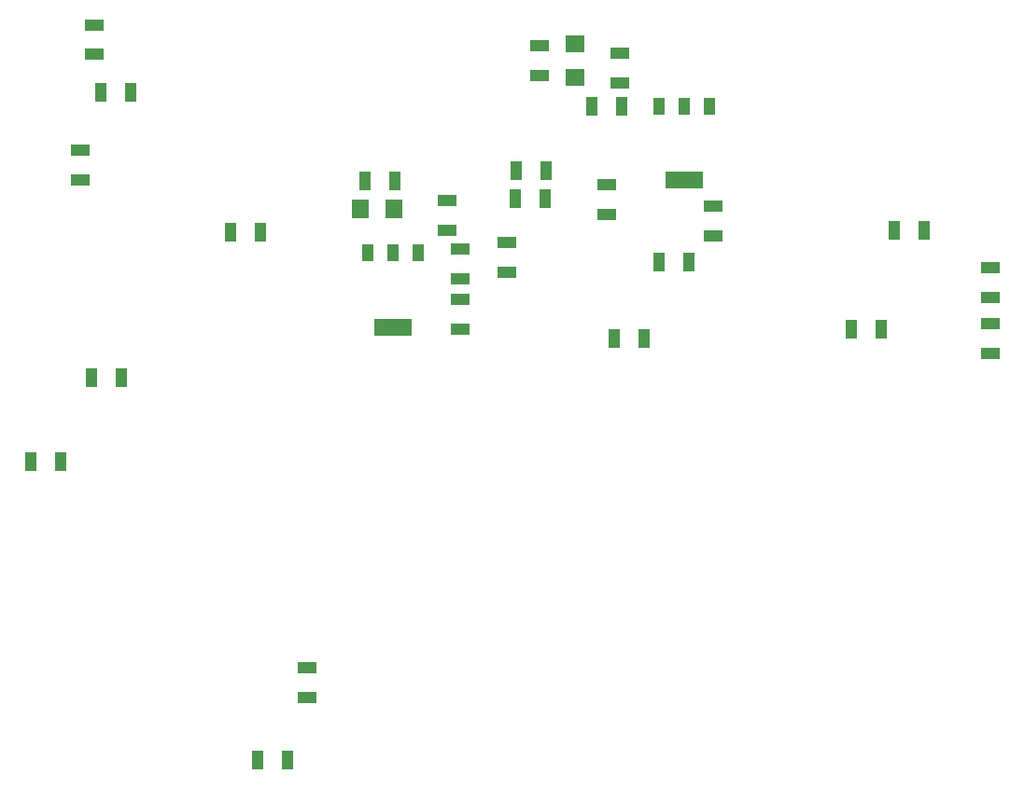
<source format=gbp>
G04*
G04 #@! TF.GenerationSoftware,Altium Limited,Altium Designer,18.1.7 (191)*
G04*
G04 Layer_Color=128*
%FSLAX44Y44*%
%MOMM*%
G71*
G01*
G75*
%ADD19R,1.1000X1.7000*%
%ADD20R,1.7000X1.1000*%
%ADD30R,1.6000X1.8000*%
%ADD84R,1.1000X1.5500*%
%ADD85R,1.1000X1.5500*%
%ADD86R,3.4500X1.5500*%
%ADD92R,1.8000X1.6000*%
D19*
X559045Y566420D02*
D03*
X532045D02*
D03*
X324650Y57150D02*
D03*
X297650D02*
D03*
X863780Y448010D02*
D03*
X836781D02*
D03*
X648500Y439289D02*
D03*
X621500D02*
D03*
X155410Y663150D02*
D03*
X182410D02*
D03*
X532600Y591820D02*
D03*
X559600D02*
D03*
X689140Y509025D02*
D03*
X662140D02*
D03*
X902500Y537680D02*
D03*
X875500D02*
D03*
X422349Y583020D02*
D03*
X395350D02*
D03*
X628180Y650423D02*
D03*
X601180D02*
D03*
X300520Y535940D02*
D03*
X273520D02*
D03*
X118910Y327660D02*
D03*
X91910D02*
D03*
X147310Y403860D02*
D03*
X174310D02*
D03*
D20*
X711200Y532600D02*
D03*
Y559600D02*
D03*
X614680Y579120D02*
D03*
Y552120D02*
D03*
X343088Y113500D02*
D03*
Y140500D02*
D03*
X137460Y583400D02*
D03*
Y610400D02*
D03*
X149860Y697550D02*
D03*
Y724550D02*
D03*
X524085Y526580D02*
D03*
Y499580D02*
D03*
X481879Y494010D02*
D03*
Y521010D02*
D03*
Y448010D02*
D03*
Y475010D02*
D03*
X469900Y537680D02*
D03*
Y564680D02*
D03*
X626110Y671570D02*
D03*
Y698570D02*
D03*
X553720Y705650D02*
D03*
Y678650D02*
D03*
X962660Y452920D02*
D03*
Y425920D02*
D03*
X962660Y476720D02*
D03*
Y503720D02*
D03*
D30*
X421350Y557020D02*
D03*
X391350D02*
D03*
D84*
X397880Y517260D02*
D03*
X662000Y650829D02*
D03*
D85*
X420880Y517260D02*
D03*
X443880D02*
D03*
X685000Y650829D02*
D03*
X708000D02*
D03*
D86*
X420880Y449760D02*
D03*
X685000Y583329D02*
D03*
D92*
X585470Y707050D02*
D03*
Y677050D02*
D03*
M02*

</source>
